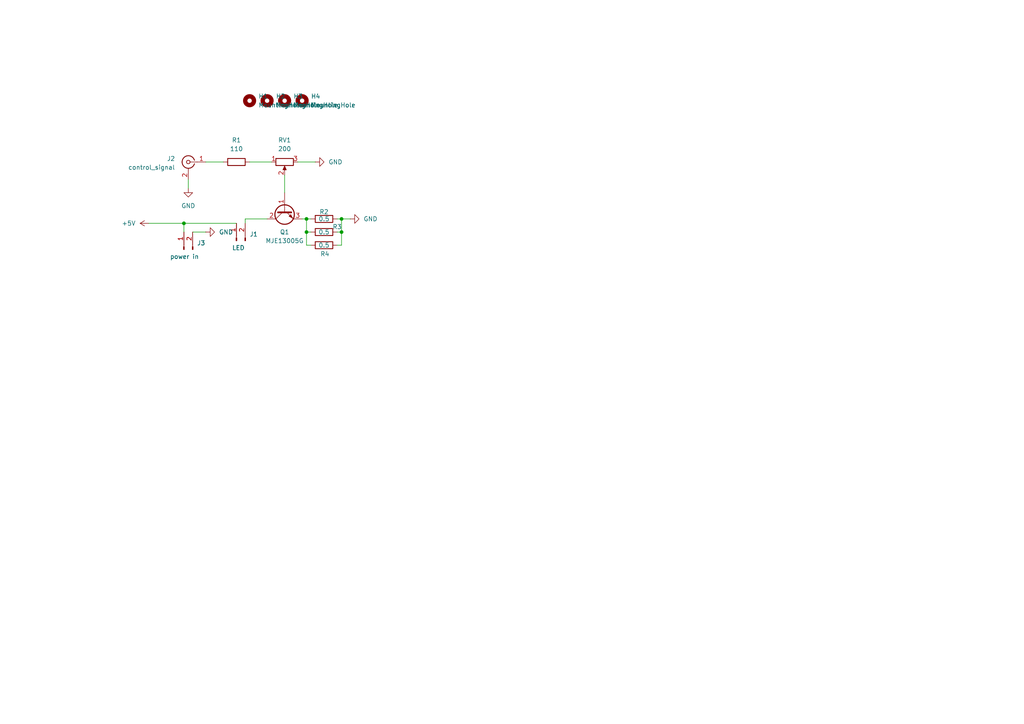
<source format=kicad_sch>
(kicad_sch (version 20231120) (generator "eeschema") (generator_version "8.0")
  (paper "A4")
  (lib_symbols
    (symbol "Connector:Conn_01x02_Pin" (pin_names (offset 1.016) hide)
      (property "Reference" "J" (at 0 2.54 0))
      (property "Value" "Conn_01x02_Pin" (at 0 -5.08 0))
      (symbol "Conn_01x02_Pin_1_1"
        (polyline (pts (xy 1.27 -2.54) (xy 0.8636 -2.54)) (stroke (width 0.1524)))
        (polyline (pts (xy 1.27 0) (xy 0.8636 0)) (stroke (width 0.1524)))
        (rectangle (start 0.8636 -2.413) (end 0 -2.667) (stroke (width 0.1524)) (fill (type outline)))
        (rectangle (start 0.8636 0.127) (end 0 -0.127) (stroke (width 0.1524)) (fill (type outline)))
        (pin passive line (at 5.08 0 180) (length 3.81) (name "Pin_1") (number "1"))
        (pin passive line (at 5.08 -2.54 180) (length 3.81) (name "Pin_2") (number "2"))
      )
    )
    (symbol "Connector:Conn_Coaxial" (pin_names (offset 1.016) hide)
      (property "Reference" "J" (at 0.254 3.048 0))
      (property "Value" "Conn_Coaxial" (at 2.921 0 90))
      (symbol "Conn_Coaxial_0_1"
        (arc (start -1.778 -0.508) (mid 0.2311 -1.8066) (end 1.778 0) (stroke (width 0.254)))
        (polyline (pts (xy -2.54 0) (xy -0.508 0)))
        (polyline (pts (xy 0 -2.54) (xy 0 -1.778)))
        (circle (center 0 0) (radius 0.508) (stroke (width 0.2032)))
        (arc (start 1.778 0) (mid 0.2099 1.8101) (end -1.778 0.508) (stroke (width 0.254)))
      )
      (symbol "Conn_Coaxial_1_1"
        (pin passive line (at -5.08 0 0) (length 2.54) (name "In") (number "1"))
        (pin passive line (at 0 -5.08 90) (length 2.54) (name "Ext") (number "2"))
      )
    )
    (symbol "Device:R" (pin_numbers hide) (pin_names (offset 0))
      (property "Reference" "R" (at 2.032 0 90))
      (property "Value" "R" (at 0 0 90))
      (symbol "R_0_1"
        (rectangle (start -1.016 -2.54) (end 1.016 2.54) (stroke (width 0.254)))
      )
      (symbol "R_1_1"
        (pin passive line (at 0 3.81 270) (length 1.27) (name "~") (number "1"))
        (pin passive line (at 0 -3.81 90) (length 1.27) (name "~") (number "2"))
      )
    )
    (symbol "Device:R_Potentiometer" (pin_names (offset 1.016) hide)
      (property "Reference" "RV" (at -4.445 0 90))
      (property "Value" "R_Potentiometer" (at -2.54 0 90))
      (symbol "R_Potentiometer_0_1"
        (polyline (pts (xy 2.54 0) (xy 1.524 0)))
        (polyline (pts (xy 1.143 0) (xy 2.286 0.508) (xy 2.286 -0.508) (xy 1.143 0)) (fill (type outline)))
        (rectangle (start 1.016 2.54) (end -1.016 -2.54) (stroke (width 0.254)))
      )
      (symbol "R_Potentiometer_1_1"
        (pin passive line (at 0 3.81 270) (length 1.27) (name "1") (number "1"))
        (pin passive line (at 3.81 0 180) (length 1.27) (name "2") (number "2"))
        (pin passive line (at 0 -3.81 90) (length 1.27) (name "3") (number "3"))
      )
    )
    (symbol "Mechanical:MountingHole" (pin_names (offset 1.016)) (exclude_from_sim yes) (in_bom no)
      (property "Reference" "H" (at 0 5.08 0))
      (property "Value" "MountingHole" (at 0 3.175 0))
      (symbol "MountingHole_0_1"
        (circle (center 0 0) (radius 1.27) (stroke (width 1.27)))
      )
    )
    (symbol "Transistor_BJT:MJE13005G" (pin_names (offset 0) hide)
      (property "Reference" "Q" (at 6.35 1.905 0))
      (property "Value" "MJE13005G" (at 6.35 0 0))
      (symbol "MJE13005G_0_1"
        (polyline (pts (xy 0 0) (xy 0.635 0)))
        (polyline (pts (xy 2.54 2.54) (xy 0.635 0.635)))
        (polyline (pts (xy 0.635 1.905) (xy 0.635 -1.905) (xy 0.635 -1.905)) (stroke (width 0.508)))
        (polyline (pts (xy 2.286 -2.286) (xy 1.778 -1.778) (xy 1.778 -1.778)))
        (polyline (pts (xy 2.54 -2.54) (xy 0.635 -0.635) (xy 1.27 -1.27)) (fill (type outline)))
        (polyline (pts (xy 1.27 -1.778) (xy 1.778 -1.27) (xy 2.286 -2.286) (xy 1.27 -1.778) (xy 1.27 -1.778)) (fill (type outline)))
        (circle (center 1.27 0) (radius 2.8194) (stroke (width 0.3048)))
      )
      (symbol "MJE13005G_1_1"
        (pin input line (at -5.08 0 0) (length 5.08) (name "B") (number "1"))
        (pin passive line (at 2.54 5.08 270) (length 2.54) (name "C") (number "2"))
        (pin passive line (at 2.54 -5.08 90) (length 2.54) (name "E") (number "3"))
      )
    )
    (symbol "power:+5V" (power) (pin_numbers hide) (pin_names (offset 0) hide)
      (property "Value" "+5V" (at 0 3.556 0))
      (symbol "+5V_0_1"
        (polyline (pts (xy -0.762 1.27) (xy 0 2.54)))
        (polyline (pts (xy 0 0) (xy 0 2.54)))
        (polyline (pts (xy 0 2.54) (xy 0.762 1.27)))
      )
      (symbol "+5V_1_1"
        (pin power_in line (at 0 0 90) (length 0) (name "~") (number "1"))
      )
    )
    (symbol "power:GND" (power) (pin_numbers hide) (pin_names (offset 0) hide)
      (property "Value" "GND" (at 0 -3.81 0))
      (symbol "GND_0_1"
        (polyline (pts (xy 0 0) (xy 0 -1.27) (xy 1.27 -1.27) (xy 0 -2.54) (xy -1.27 -1.27) (xy 0 -1.27)))
      )
      (symbol "GND_1_1"
        (pin power_in line (at 0 0 270) (length 0) (name "~") (number "1"))
      )
    )
  )
  (junction (at 53.34 64.77))
  (junction (at 99.06 63.5))
  (junction (at 88.9 63.5))
  (junction (at 88.9 67.31))
  (junction (at 99.06 67.31))
  (wire (pts (xy 71.12 63.5) (xy 77.47 63.5)))
  (wire (pts (xy 88.9 63.5) (xy 88.9 67.31)))
  (wire (pts (xy 54.61 52.07) (xy 54.61 54.61)))
  (wire (pts (xy 99.06 67.31) (xy 99.06 63.5)))
  (wire (pts (xy 53.34 64.77) (xy 53.34 67.31)))
  (wire (pts (xy 99.06 67.31) (xy 99.06 71.12)))
  (wire (pts (xy 59.69 46.99) (xy 64.77 46.99)))
  (wire (pts (xy 71.12 64.77) (xy 71.12 63.5)))
  (wire (pts (xy 53.34 64.77) (xy 68.58 64.77)))
  (wire (pts (xy 88.9 67.31) (xy 88.9 71.12)))
  (wire (pts (xy 97.79 63.5) (xy 99.06 63.5)))
  (wire (pts (xy 87.63 63.5) (xy 88.9 63.5)))
  (wire (pts (xy 99.06 63.5) (xy 101.6 63.5)))
  (wire (pts (xy 43.18 64.77) (xy 53.34 64.77)))
  (wire (pts (xy 72.39 46.99) (xy 78.74 46.99)))
  (wire (pts (xy 82.55 50.8) (xy 82.55 55.88)))
  (wire (pts (xy 88.9 63.5) (xy 90.17 63.5)))
  (wire (pts (xy 88.9 67.31) (xy 90.17 67.31)))
  (wire (pts (xy 88.9 71.12) (xy 90.17 71.12)))
  (wire (pts (xy 97.79 71.12) (xy 99.06 71.12)))
  (wire (pts (xy 55.88 67.31) (xy 59.69 67.31)))
  (wire (pts (xy 97.79 67.31) (xy 99.06 67.31)))
  (wire (pts (xy 86.36 46.99) (xy 91.44 46.99)))
  (symbol (lib_id "Device:R_Potentiometer") (at 82.55 46.99 90) (mirror x) (unit 1)
    (property "Reference" "RV1" (at 82.55 40.64 90))
    (property "Value" "200" (at 82.55 43.18 90))
    (property "Footprint" "Connector_JST:JST_XH_B3B-XH-A_1x03_P2.50mm_Vertical" (effects (hide yes)))
    (property "Description" "Potentiometer" (effects (hide yes)))
  )
  (symbol (lib_id "Device:R") (at 93.98 63.5 90) (unit 1)
    (property "Reference" "R2" (at 93.98 61.468 90))
    (property "Value" "0.5" (at 93.98 63.5 90))
    (property "Footprint" "Package_TO_SOT_THT:TO-220-2_Vertical" (effects (hide yes)))
    (property "Description" "Resistor" (effects (hide yes)))
  )
  (symbol (lib_id "Device:R") (at 93.98 71.12 90) (unit 1)
    (property "Reference" "R4" (at 94.234 73.66 90))
    (property "Value" "0.5" (at 93.98 71.12 90))
    (property "Footprint" "Resistor_THT:R_Axial_Power_L25.0mm_W9.0mm_P30.48mm" (effects (hide yes)))
    (property "Description" "Resistor" (effects (hide yes)))
  )
  (symbol (lib_id "Mechanical:MountingHole") (at 87.63 29.21 0) (unit 1) (exclude_from_sim yes) (in_bom no)
    (property "Reference" "H4" (at 90.17 27.9399 0) (effects (justify left)))
    (property "Value" "MountingHole" (at 90.17 30.4799 0) (effects (justify left)))
    (property "Footprint" "MountingHole:MountingHole_3.2mm_M3" (effects (hide yes)))
    (property "Description" "Mounting Hole without connection" (effects (hide yes)))
  )
  (symbol (lib_id "Mechanical:MountingHole") (at 77.47 29.21 0) (unit 1) (exclude_from_sim yes) (in_bom no)
    (property "Reference" "H2" (at 80.01 27.9399 0) (effects (justify left)))
    (property "Value" "MountingHole" (at 80.01 30.4799 0) (effects (justify left)))
    (property "Footprint" "MountingHole:MountingHole_3.2mm_M3" (effects (hide yes)))
    (property "Description" "Mounting Hole without connection" (effects (hide yes)))
  )
  (symbol (lib_id "Device:R") (at 68.58 46.99 90) (unit 1)
    (property "Reference" "R1" (at 68.58 40.64 90))
    (property "Value" "110" (at 68.58 43.18 90))
    (property "Footprint" "Resistor_THT:R_Axial_DIN0411_L9.9mm_D3.6mm_P15.24mm_Horizontal" (effects (hide yes)))
    (property "Description" "Resistor" (effects (hide yes)))
  )
  (symbol (lib_id "Device:R") (at 93.98 67.31 90) (unit 1)
    (property "Reference" "R3" (at 97.79 65.786 90))
    (property "Value" "0.5" (at 93.98 67.31 90))
    (property "Footprint" "Resistor_THT:R_Axial_DIN0414_L11.9mm_D4.5mm_P7.62mm_Vertical" (effects (hide yes)))
    (property "Description" "Resistor" (effects (hide yes)))
  )
  (symbol (lib_id "Transistor_BJT:MJE13005G") (at 82.55 60.96 90) (mirror x) (unit 1)
    (property "Reference" "Q1" (at 82.55 67.31 90))
    (property "Value" "MJE13005G" (at 82.55 69.85 90))
    (property "Footprint" "Package_TO_SOT_THT:TO-220-3_Vertical" (effects (hide yes)))
    (property "Datasheet" "http://www.onsemi.com/pub_link/Collateral/MJE13005-D.PDF" (effects (hide yes)))
    (property "Description" "4A Ic, 400V Vce, Silicon Switching Power NPN Transistors, TO-220" (effects (hide yes)))
  )
  (symbol (lib_id "power:+5V") (at 43.18 64.77 90) (unit 1)
    (property "Reference" "#PWR01" (effects (hide yes)))
    (property "Value" "+5V" (at 39.37 64.7699 90) (effects (justify left)))
    (property "Description" "Power symbol creates a global label with name \"+5V\"" (effects (hide yes)))
  )
  (symbol (lib_id "Connector:Conn_01x02_Pin") (at 68.58 69.85 90) (unit 1)
    (property "Reference" "J1" (at 72.39 67.9449 90) (effects (justify right)))
    (property "Value" "LED" (at 67.31 71.882 90) (effects (justify right)))
    (property "Footprint" "Connector_JST:JST_XH_B2B-XH-A_1x02_P2.50mm_Vertical" (effects (hide yes)))
    (property "Description" "Generic connector, single row, 01x02, script generated" (effects (hide yes)))
  )
  (symbol (lib_id "Mechanical:MountingHole") (at 72.39 29.21 0) (unit 1) (exclude_from_sim yes) (in_bom no)
    (property "Reference" "H1" (at 74.93 27.9399 0) (effects (justify left)))
    (property "Value" "MountingHole" (at 74.93 30.4799 0) (effects (justify left)))
    (property "Footprint" "MountingHole:MountingHole_3.2mm_M3" (effects (hide yes)))
    (property "Description" "Mounting Hole without connection" (effects (hide yes)))
  )
  (symbol (lib_id "Connector:Conn_01x02_Pin") (at 53.34 72.39 90) (unit 1)
    (property "Reference" "J3" (at 57.15 70.4849 90) (effects (justify right)))
    (property "Value" "power in" (at 49.276 74.422 90) (effects (justify right)))
    (property "Footprint" "Connector_JST:JST_XH_B2B-XH-A_1x02_P2.50mm_Vertical" (effects (hide yes)))
    (property "Description" "Generic connector, single row, 01x02, script generated" (effects (hide yes)))
  )
  (symbol (lib_id "power:GND") (at 91.44 46.99 90) (unit 1)
    (property "Reference" "#PWR02" (effects (hide yes)))
    (property "Value" "GND" (at 95.25 46.9899 90) (effects (justify right)))
    (property "Description" "Power symbol creates a global label with name \"GND\" , ground" (effects (hide yes)))
  )
  (symbol (lib_id "Connector:Conn_Coaxial") (at 54.61 46.99 0) (mirror y) (unit 1)
    (property "Reference" "J2" (at 50.8 46.0131 0) (effects (justify left)))
    (property "Value" "control_signal" (at 50.8 48.5531 0) (effects (justify left)))
    (property "Footprint" "Connector_JST:JST_XH_B2B-XH-A_1x02_P2.50mm_Vertical" (effects (hide yes)))
    (property "Description" "coaxial connector (BNC, SMA, SMB, SMC, Cinch/RCA, LEMO, ...)" (effects (hide yes)))
  )
  (symbol (lib_id "power:GND") (at 59.69 67.31 90) (unit 1)
    (property "Reference" "#PWR05" (effects (hide yes)))
    (property "Value" "GND" (at 63.5 67.3099 90) (effects (justify right)))
    (property "Description" "Power symbol creates a global label with name \"GND\" , ground" (effects (hide yes)))
  )
  (symbol (lib_id "power:GND") (at 101.6 63.5 90) (unit 1)
    (property "Reference" "#PWR04" (effects (hide yes)))
    (property "Value" "GND" (at 105.41 63.4999 90) (effects (justify right)))
    (property "Description" "Power symbol creates a global label with name \"GND\" , ground" (effects (hide yes)))
  )
  (symbol (lib_id "Mechanical:MountingHole") (at 82.55 29.21 0) (unit 1) (exclude_from_sim yes) (in_bom no)
    (property "Reference" "H3" (at 85.09 27.9399 0) (effects (justify left)))
    (property "Value" "MountingHole" (at 85.09 30.4799 0) (effects (justify left)))
    (property "Footprint" "MountingHole:MountingHole_3.2mm_M3" (effects (hide yes)))
    (property "Description" "Mounting Hole without connection" (effects (hide yes)))
  )
  (symbol (lib_id "power:GND") (at 54.61 54.61 0) (unit 1)
    (property "Reference" "#PWR03" (effects (hide yes)))
    (property "Value" "GND" (at 54.61 59.69 0))
    (property "Description" "Power symbol creates a global label with name \"GND\" , ground" (effects (hide yes)))
  )
)
</source>
